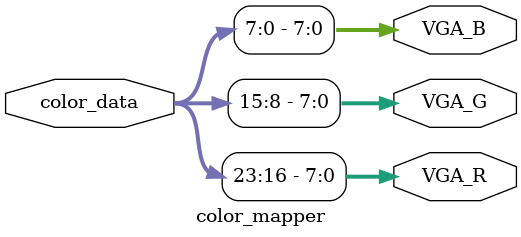
<source format=sv>

module  color_mapper ( input 		[23:0]	color_data,
                       output logic [7:0] VGA_R, VGA_G, VGA_B // VGA RGB output
                     );
		
	// Output colors to VGA
	assign VGA_R = color_data[23:16];
	assign VGA_G = color_data[15:8];
	assign VGA_B = color_data[7:0];

endmodule


</source>
